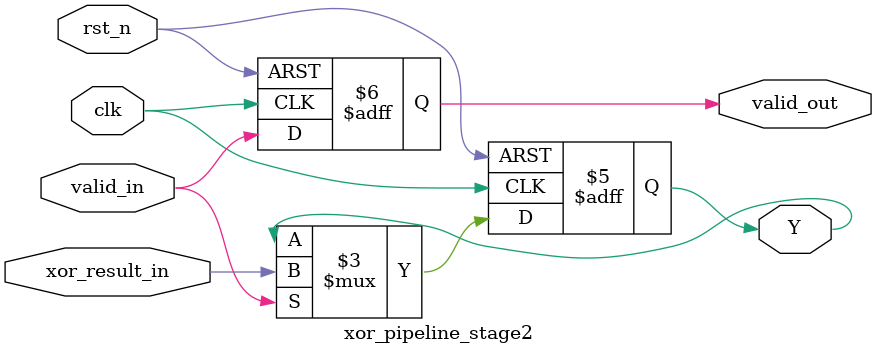
<source format=sv>
module xor2_16 (
    input wire A, B,
    input wire clk, rst_n,  // 添加复位信号
    input wire valid_in,    // 输入有效信号
    output wire valid_out,  // 输出有效信号
    output wire Y,
    output wire ready       // 流水线就绪信号
);
    // 流水线阶段信号
    wire stage1_valid, stage2_valid;
    wire stage1_xor_result;
    
    // 实例化流水线子模块
    xor_pipeline_stage1 stage1 (
        .clk(clk),
        .rst_n(rst_n),
        .A(A),
        .B(B),
        .valid_in(valid_in),
        .valid_out(stage1_valid),
        .xor_result(stage1_xor_result),
        .ready(ready)
    );
    
    xor_pipeline_stage2 stage2 (
        .clk(clk),
        .rst_n(rst_n),
        .valid_in(stage1_valid),
        .xor_result_in(stage1_xor_result),
        .valid_out(valid_out),
        .Y(Y)
    );
endmodule

// 第一级流水线 - 执行异或逻辑
module xor_pipeline_stage1 (
    input wire clk, rst_n,
    input wire A, B,
    input wire valid_in,
    output reg valid_out,
    output reg xor_result,
    output wire ready
);
    // 流水线控制逻辑
    assign ready = 1'b1;  // 本例中流水线始终就绪
    
    // 流水线第一级寄存器
    always @(posedge clk or negedge rst_n) begin
        if (!rst_n) begin
            valid_out <= 1'b0;
            xor_result <= 1'b0;
        end else begin
            valid_out <= valid_in;
            if (valid_in) begin
                xor_result <= A ^ B;  // 执行异或运算并寄存结果
            end
        end
    end
endmodule

// 第二级流水线 - 输出寄存器逻辑
module xor_pipeline_stage2 (
    input wire clk, rst_n,
    input wire valid_in,
    input wire xor_result_in,
    output reg valid_out,
    output reg Y
);
    // 流水线第二级寄存器
    always @(posedge clk or negedge rst_n) begin
        if (!rst_n) begin
            valid_out <= 1'b0;
            Y <= 1'b0;
        end else begin
            valid_out <= valid_in;
            if (valid_in) begin
                Y <= xor_result_in;  // 输出最终结果
            end
        end
    end
endmodule
</source>
